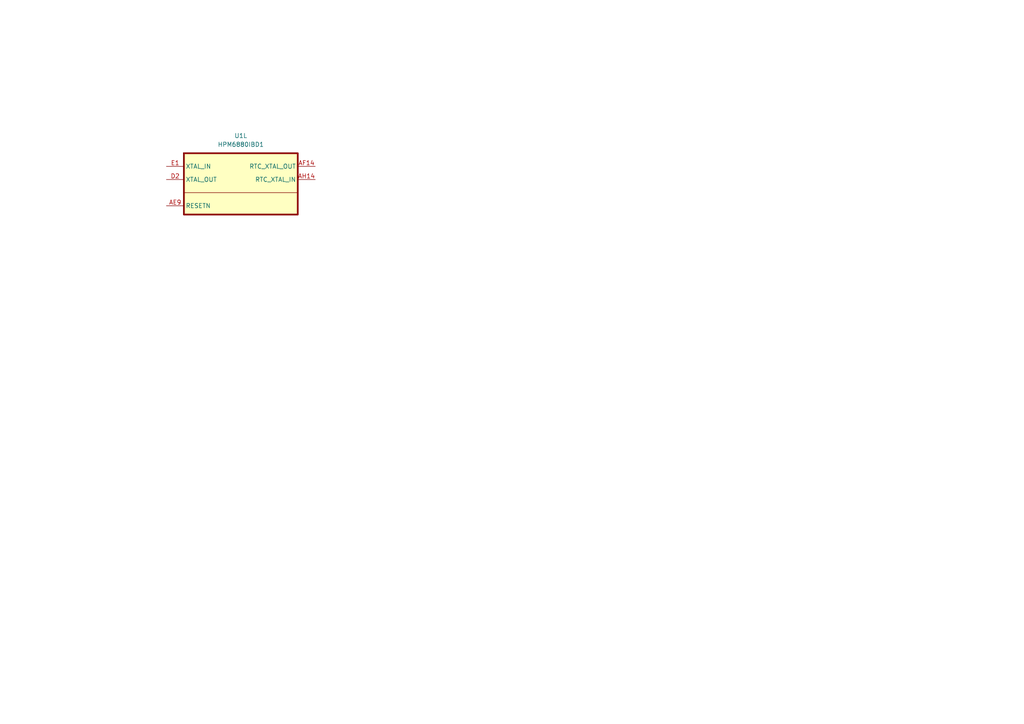
<source format=kicad_sch>
(kicad_sch (version 20250114) (generator "eeschema") (generator_version "9.0")
  (paper "A4")
  (symbol (lib_id "HPM6800:HPM6880IBD1") (at 86.36 44.45 0) (unit 12)
    (property "Reference" "U1" (at 69.85 39.37 0))
    (property "Value" "HPM6880IBD1" (at 69.85 41.91 0))
    (property "Footprint" "HPM_footprints:BGA_417" (effects (hide yes)))
  )
)
</source>
